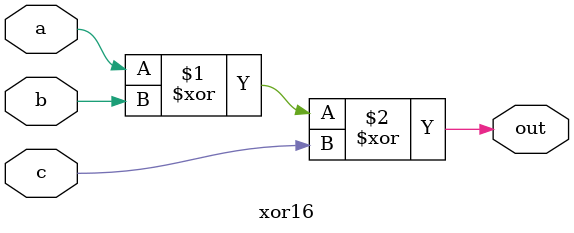
<source format=v>
module xor16 (
    input wire a,
    input wire b,
    input wire c,
    output wire out
);

assign out = (a ^ b ^ c);

endmodule

</source>
